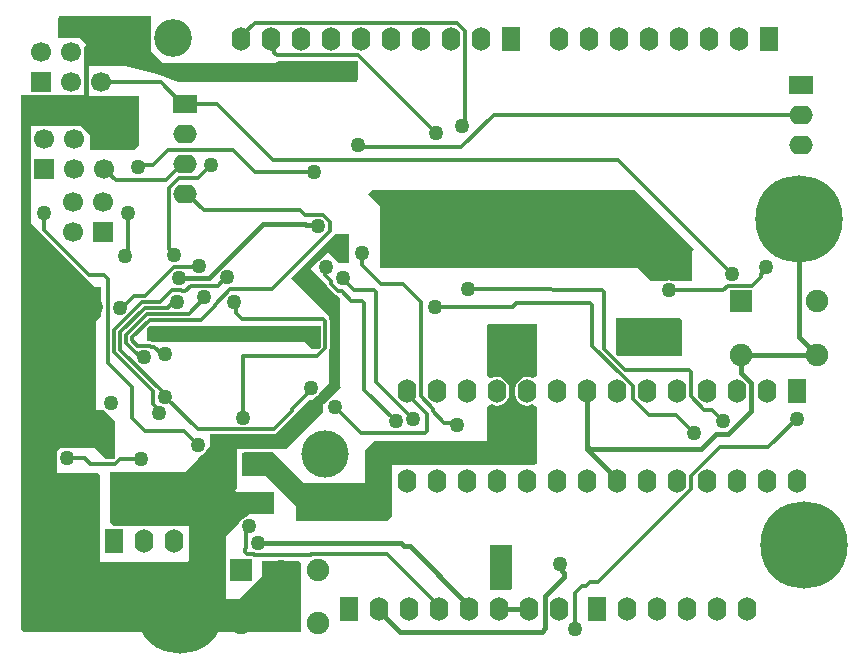
<source format=gbl>
G04*
G04 #@! TF.GenerationSoftware,Altium Limited,Altium Designer,24.9.1 (31)*
G04*
G04 Layer_Physical_Order=2*
G04 Layer_Color=16711680*
%FSLAX44Y44*%
%MOMM*%
G71*
G04*
G04 #@! TF.SameCoordinates,CB504186-4DDD-4C07-9CBA-7D3857A53BA6*
G04*
G04*
G04 #@! TF.FilePolarity,Positive*
G04*
G01*
G75*
%ADD68C,1.9000*%
%ADD69R,1.9000X1.9000*%
%ADD73C,0.3000*%
%ADD74C,0.4000*%
%ADD75R,1.6000X2.0000*%
%ADD76O,1.6000X2.0000*%
%ADD77C,7.4000*%
%ADD78C,3.2000*%
%ADD79C,4.0000*%
%ADD80O,2.0000X1.6000*%
%ADD81R,2.0000X1.6000*%
%ADD82C,1.7000*%
%ADD83R,1.7000X1.7000*%
%ADD84R,1.7000X1.7000*%
G04:AMPARAMS|DCode=85|XSize=2mm|YSize=1.2mm|CornerRadius=0.3mm|HoleSize=0mm|Usage=FLASHONLY|Rotation=0.000|XOffset=0mm|YOffset=0mm|HoleType=Round|Shape=RoundedRectangle|*
%AMROUNDEDRECTD85*
21,1,2.0000,0.6000,0,0,0.0*
21,1,1.4000,1.2000,0,0,0.0*
1,1,0.6000,0.7000,-0.3000*
1,1,0.6000,-0.7000,-0.3000*
1,1,0.6000,-0.7000,0.3000*
1,1,0.6000,0.7000,0.3000*
%
%ADD85ROUNDEDRECTD85*%
%ADD86C,1.2700*%
G36*
X111000Y497659D02*
X121019Y487640D01*
X217334D01*
X217348Y488151D01*
X220948Y488881D01*
X286740D01*
Y474989D01*
X285841Y471361D01*
X217258D01*
Y472379D01*
X217119Y471500D01*
X133863D01*
X116000Y477750D01*
X89500Y485076D01*
X89424Y485000D01*
X59163D01*
Y476967D01*
X59000Y476801D01*
X55000Y478429D01*
Y501250D01*
X56500Y502750D01*
X50820Y508430D01*
X32436D01*
Y523786D01*
X33730Y527250D01*
X111000D01*
Y497659D01*
D02*
G37*
G36*
X55460Y460243D02*
X59242Y459989D01*
X59630Y459600D01*
X62884Y459600D01*
X101398D01*
Y417898D01*
X97000Y413500D01*
X59750D01*
Y426500D01*
X51820Y434430D01*
X9570D01*
Y351930D01*
X63930Y297570D01*
X69421D01*
Y273254D01*
X65000Y268833D01*
Y193463D01*
X71500D01*
X72224Y192739D01*
X72311Y192689D01*
X80500Y184500D01*
Y152304D01*
X80196Y152000D01*
X73150D01*
X63900Y161250D01*
X34447D01*
X32000Y158803D01*
Y155056D01*
X31650Y153749D01*
Y151551D01*
X32000Y150244D01*
Y140152D01*
X65909D01*
X67750Y138310D01*
Y65250D01*
X140477D01*
X141837Y65250D01*
X142087Y65000D01*
X143850Y66763D01*
X143850Y68416D01*
Y95700D01*
X79550D01*
X76250Y99000D01*
Y141250D01*
X140026D01*
X156051Y157274D01*
X156127Y157318D01*
X157682Y158873D01*
X157726Y158949D01*
X161520Y162744D01*
Y172950D01*
X218950D01*
X251402Y205403D01*
X251808Y205637D01*
X253363Y207192D01*
X253598Y207598D01*
X262255Y216255D01*
Y244572D01*
X262297Y244634D01*
X262569Y246000D01*
Y269243D01*
X262297Y270608D01*
X262255Y270671D01*
Y272299D01*
X229500Y305054D01*
X267446Y343000D01*
X279250D01*
Y318104D01*
X279000Y318000D01*
X270250D01*
X260750Y327500D01*
X255189Y321939D01*
X254191Y321363D01*
X252637Y319809D01*
X252061Y318811D01*
X249121Y315871D01*
X246750Y313500D01*
X246750Y312750D01*
X247000D01*
X249225Y310525D01*
X260322Y299428D01*
X260503Y298519D01*
X261277Y297362D01*
X267047Y291592D01*
X268204Y290818D01*
X269113Y290637D01*
X271750Y288000D01*
Y214108D01*
X272498Y213360D01*
X257740Y198602D01*
X257150D01*
Y192150D01*
X226000Y161000D01*
X183739D01*
X183739Y127788D01*
X183739Y126989D01*
X182500Y125750D01*
X184250Y124000D01*
X186407Y124000D01*
X215521D01*
Y105552D01*
X215394Y105500D01*
X194000D01*
X191465Y102965D01*
X190777Y102781D01*
X188873Y101682D01*
X187318Y100127D01*
X186219Y98223D01*
X186035Y97535D01*
X175250Y86750D01*
Y33500D01*
X186000D01*
X205211Y52711D01*
Y66000D01*
X236916D01*
X238720Y64196D01*
Y6000D01*
X3000D01*
X1000Y8000D01*
Y460250D01*
X55094D01*
X55460Y460243D01*
D02*
G37*
G36*
X571470Y329970D02*
X569500Y328000D01*
Y303250D01*
X551473D01*
X551099Y303350D01*
X548901D01*
X548527Y303250D01*
X534681D01*
X534393Y302962D01*
X534000Y303125D01*
X523375Y313750D01*
X305250D01*
Y366250D01*
X295250Y376250D01*
X299000Y380000D01*
X521440D01*
X571470Y329970D01*
D02*
G37*
G36*
X114651Y264826D02*
X114652Y264826D01*
X254961D01*
X255000Y264787D01*
Y247047D01*
X253422Y245468D01*
X247142D01*
X241805Y250805D01*
X114738D01*
X114302Y250891D01*
X112977D01*
X112146Y251447D01*
X110780Y251719D01*
X108480D01*
X108079Y252119D01*
Y262894D01*
X110084Y264899D01*
X111868D01*
X114651Y264826D01*
D02*
G37*
G36*
X561250Y268889D02*
Y239250D01*
X507922D01*
X505277Y240109D01*
Y271160D01*
X559279D01*
X561250Y268889D01*
D02*
G37*
G36*
X438000Y222766D02*
X436530Y221583D01*
X434000Y220513D01*
X432360Y221193D01*
X429750Y221536D01*
X427140Y221193D01*
X424707Y220185D01*
X422618Y218582D01*
X421015Y216493D01*
X420007Y214060D01*
X419664Y211450D01*
Y207450D01*
X420007Y204839D01*
X421015Y202407D01*
X422618Y200318D01*
X424707Y198715D01*
X427140Y197707D01*
X429750Y197364D01*
X432360Y197707D01*
X434000Y198386D01*
X436530Y197317D01*
X438000Y196134D01*
Y148250D01*
X434518Y147000D01*
X315250D01*
Y103793D01*
X311207Y99750D01*
X310950Y100007D01*
X233750D01*
Y112000D01*
X208000Y137750D01*
X188250D01*
Y157159D01*
X191875Y158406D01*
X214543D01*
X241211Y131738D01*
X241575Y132101D01*
X292124D01*
Y159497D01*
X299742Y167115D01*
X299857Y167000D01*
X395750D01*
Y196402D01*
X398058Y197903D01*
X399750Y198531D01*
X401740Y197707D01*
X404350Y197364D01*
X406960Y197707D01*
X409393Y198715D01*
X411482Y200318D01*
X413085Y202407D01*
X414093Y204839D01*
X414436Y207450D01*
Y211450D01*
X414093Y214060D01*
X413085Y216493D01*
X411482Y218582D01*
X409393Y220185D01*
X406960Y221193D01*
X404350Y221536D01*
X401740Y221193D01*
X399750Y220368D01*
X398058Y220997D01*
X395750Y222498D01*
Y265250D01*
X397250Y266750D01*
X438000D01*
Y222766D01*
D02*
G37*
G36*
X417402Y42838D02*
X415072Y41220D01*
X397965D01*
Y76089D01*
X397965Y79000D01*
X400847Y79000D01*
X417402D01*
Y42838D01*
D02*
G37*
D68*
X610500Y240500D02*
D03*
X675500D02*
D03*
Y285500D02*
D03*
X252500Y58500D02*
D03*
Y13500D02*
D03*
X187500D02*
D03*
D69*
X610500Y285500D02*
D03*
X187500Y58500D02*
D03*
D73*
X111607Y247323D02*
X114302D01*
X120375Y241250D01*
X110780Y248150D02*
X111607Y247323D01*
X120375Y241250D02*
X123000D01*
X113150Y198880D02*
Y209805D01*
X85312Y244714D02*
Y259315D01*
X123000Y205000D02*
Y207026D01*
X103031Y238300D02*
X105656D01*
X85312Y244714D02*
X123000Y207026D01*
X80312Y242643D02*
Y261387D01*
Y242643D02*
X113150Y209805D01*
X95312Y252688D02*
X99850Y248150D01*
X110780D01*
X97779Y243150D02*
X98181D01*
X103031Y238300D01*
X114150Y258000D02*
X115907Y259757D01*
X90312Y250617D02*
X97779Y243150D01*
X95312Y252688D02*
Y255173D01*
X110138Y270000D01*
X90312Y257244D02*
X108067Y275000D01*
X97077Y290000D02*
X106070D01*
X86984Y279907D02*
X97077Y290000D01*
X106070D02*
X130920Y314850D01*
X80312Y261387D02*
X103925Y285000D01*
X85312Y259315D02*
X105996Y280000D01*
X119070Y285000D02*
X128920Y294850D01*
X103925Y285000D02*
X119070D01*
X143248Y275000D02*
X156517Y288269D01*
X153789Y270000D02*
X165137Y281348D01*
X125375Y280000D02*
X130375Y285000D01*
X133000D01*
X105996Y280000D02*
X125375D01*
X110138Y270000D02*
X153789D01*
X108067Y275000D02*
X143248D01*
X84903Y279907D02*
X86984D01*
X90312Y250617D02*
Y257244D01*
X71743Y308000D02*
X74850Y304893D01*
Y233150D02*
X95000Y213000D01*
X74850Y233150D02*
Y304893D01*
X59000Y308000D02*
X71743D01*
X128920Y294850D02*
X137080D01*
X350000Y192387D02*
X359631Y182756D01*
X368144D01*
X370000Y180900D01*
X215847Y495910D02*
X217605Y494153D01*
X286847D02*
X353000Y428000D01*
X217605Y494153D02*
X286847D01*
X215847Y495910D02*
Y505513D01*
X566493Y227500D02*
X568250Y225743D01*
X510564Y222500D02*
X511163D01*
X512635Y227500D02*
X566493D01*
X511163Y222500D02*
X519850Y213813D01*
X485000Y248064D02*
X510564Y222500D01*
X485000Y248064D02*
Y282243D01*
X495185Y244950D02*
X512635Y227500D01*
X513156Y247144D02*
X516856D01*
X517000Y247000D01*
X511300Y249000D02*
X513156Y247144D01*
X247115Y71500D02*
X311500D01*
X192000Y93243D02*
X193757Y95000D01*
X191000Y73257D02*
Y75770D01*
X198450Y71500D02*
X198950Y71000D01*
X191000Y75770D02*
X192000Y76770D01*
X191000Y73257D02*
X192757Y71500D01*
X246615Y71000D02*
X247115Y71500D01*
X198950Y71000D02*
X246615D01*
X192757Y71500D02*
X198450D01*
X311500D02*
X355600Y27400D01*
X193757Y95000D02*
X194000D01*
X192000Y76770D02*
Y93243D01*
X352000Y281000D02*
X417434D01*
X420434Y284000D01*
X483243D02*
X485000Y282243D01*
X420434Y284000D02*
X483243D01*
X214127Y296197D02*
X262850Y344920D01*
Y353080D01*
X257080Y358850D02*
X262850Y353080D01*
X241928Y358850D02*
X257080D01*
X178484Y296197D02*
X214127D01*
X237812Y362966D02*
X241928Y358850D01*
X155934Y362966D02*
X237812D01*
X259000Y314363D02*
X259319Y314681D01*
X259000Y308000D02*
Y314363D01*
X246681Y210612D02*
Y212318D01*
X230943Y194874D02*
X246681Y210612D01*
X267000Y196000D02*
X289000Y174000D01*
X230943Y192721D02*
Y194874D01*
X150792Y177208D02*
X215430D01*
X230943Y192721D01*
X21000Y346000D02*
Y360000D01*
Y346000D02*
X59000Y308000D01*
X95000Y187000D02*
X106000Y176000D01*
X95000Y187000D02*
Y213000D01*
X139000Y176000D02*
X151000Y164000D01*
X106000Y176000D02*
X139000D01*
X60000Y148000D02*
X81243D01*
X40000Y152650D02*
X55350D01*
X60000Y148000D01*
X85243Y152000D02*
X103000D01*
X81243Y148000D02*
X85243Y152000D01*
X273650Y304655D02*
Y305350D01*
Y304655D02*
X283000Y295305D01*
X259000Y308000D02*
X263800Y303200D01*
Y299885D02*
Y303200D01*
Y299885D02*
X269570Y294115D01*
X290102Y315968D02*
X306070Y300000D01*
X289818Y326819D02*
X290102Y326535D01*
Y315968D02*
Y326535D01*
X269570Y294115D02*
X272885D01*
X281000Y286000D01*
X290243D01*
X283000Y295000D02*
X300243D01*
X283000D02*
Y295305D01*
X165137Y282849D02*
X178484Y296197D01*
X165137Y281348D02*
Y282849D01*
X167759Y298850D02*
X174956Y306047D01*
X151845Y314850D02*
X152345Y315350D01*
X130920Y314850D02*
X151845D01*
X144920Y298850D02*
X167759D01*
X174956Y306047D02*
X175906D01*
X142000Y376900D02*
X155934Y362966D01*
X140243Y294173D02*
X144920Y298850D01*
X131000Y324700D02*
Y325625D01*
X181217Y285000D02*
X183073Y283144D01*
Y276939D02*
X183350Y276662D01*
X156517Y288269D02*
Y289000D01*
X183073Y276939D02*
Y283144D01*
X183350Y275650D02*
Y276662D01*
X113150Y198880D02*
X118350Y193680D01*
Y191055D02*
Y193680D01*
X123000Y205000D02*
X150792Y177208D01*
X406000Y71150D02*
X406850Y72000D01*
X406000Y51950D02*
X406650Y51300D01*
X592715Y162079D02*
X634079D01*
X586360Y193432D02*
X595878Y183914D01*
X568250Y137613D02*
X592715Y162079D01*
X568250Y126487D02*
Y137613D01*
X470000Y8000D02*
Y39000D01*
X476000Y45000D02*
X479529D01*
X479787Y44741D01*
X470000Y39000D02*
X476000Y45000D01*
X479787Y44741D02*
X483046Y48000D01*
X489763D01*
X568250Y126487D01*
X355600Y25400D02*
Y27400D01*
X493428Y295000D02*
X495185Y293243D01*
Y244950D02*
Y293243D01*
X451370Y295000D02*
X493428D01*
X450370Y296000D02*
X451370Y295000D01*
X101700Y401000D02*
X113000D01*
X100350Y399650D02*
X101700Y401000D01*
X113000D02*
X125800Y413800D01*
X81400Y388000D02*
X123700D01*
X151404Y390404D02*
X162000Y401000D01*
X183350Y275650D02*
X188000Y271000D01*
X137080Y294850D02*
X137757Y294173D01*
X140243D01*
X328150Y207450D02*
Y209450D01*
Y207450D02*
X345000Y190600D01*
Y175757D02*
Y190600D01*
X339650Y205087D02*
X350000Y194737D01*
Y192387D02*
Y194737D01*
X339650Y205087D02*
Y285350D01*
X343243Y174000D02*
X345000Y175757D01*
X289000Y174000D02*
X343243D01*
X244000Y255000D02*
X249000D01*
X189350Y239000D02*
X252000D01*
X257243Y271000D02*
X259000Y269243D01*
Y246000D02*
Y269243D01*
X188000Y271000D02*
X257243D01*
X252000Y239000D02*
X259000Y246000D01*
X189350Y187059D02*
Y239000D01*
Y187059D02*
X189352Y187058D01*
X71800Y397600D02*
X81400Y388000D01*
X138000Y402300D02*
X140000D01*
X123700Y388000D02*
X138000Y402300D01*
X140000Y376900D02*
X142000D01*
X126500Y330125D02*
X131000Y325625D01*
X126500Y330125D02*
Y381663D01*
X135240Y390404D01*
X151404D01*
X292000Y210850D02*
X318850Y184000D01*
X302000Y217337D02*
X333236Y186101D01*
X333399D01*
X380000Y296000D02*
X450370D01*
X568250Y205087D02*
Y225743D01*
X628000Y308375D02*
X632000Y312375D01*
X628000Y306000D02*
Y308375D01*
X632000Y312375D02*
Y315000D01*
X620500Y298500D02*
X628000Y306000D01*
X215000Y405000D02*
X506350D01*
X550000Y295000D02*
X596050D01*
X599550Y298500D01*
X506350Y405000D02*
X603000Y308350D01*
X599550Y298500D02*
X620500D01*
X92000Y325757D02*
Y360000D01*
X119500Y471600D02*
X138000Y453100D01*
X140000D01*
X69400Y471600D02*
X119500D01*
X90243Y324000D02*
X92000Y325757D01*
X89000Y324000D02*
X90243D01*
X634079Y162079D02*
X658000Y186000D01*
X290243Y286000D02*
X292000Y284243D01*
Y210850D02*
Y284243D01*
X555729Y189271D02*
X571000Y174000D01*
X302000Y217337D02*
Y293243D01*
X300243Y295000D02*
X302000Y293243D01*
X306070Y300000D02*
X325000D01*
X339650Y285350D01*
X125800Y413800D02*
X180406D01*
X199206Y395000D01*
X249000D01*
X288757Y416000D02*
X374000D01*
X287000Y417757D02*
X288757Y416000D01*
X287000Y417757D02*
Y418000D01*
X374000Y416000D02*
X401600Y443600D01*
X662000D01*
X375000Y434000D02*
Y436625D01*
X377260Y438885D02*
Y514763D01*
X375000Y436625D02*
X377260Y438885D01*
X199460Y521500D02*
X370523D01*
X166900Y453100D02*
X215000Y405000D01*
X568250Y205087D02*
X579905Y193432D01*
X586360D01*
X213360Y508000D02*
X215847Y505513D01*
X519850Y202687D02*
X533265Y189271D01*
X555729D01*
X519850Y202687D02*
Y213813D01*
X370523Y521500D02*
X377260Y514763D01*
X187960Y510000D02*
X199460Y521500D01*
X187960Y508000D02*
Y510000D01*
X140000Y453100D02*
X166900D01*
D74*
X322650Y80850D02*
X325313Y78187D01*
X201850Y80850D02*
X322650D01*
X330213Y78187D02*
X381000Y27400D01*
Y25400D02*
Y27400D01*
X325313Y78187D02*
X330213D01*
X445200Y8922D02*
Y36200D01*
X442178Y5900D02*
X445200Y8922D01*
X322300Y5900D02*
X442178D01*
X304800Y23400D02*
X322300Y5900D01*
X264343Y334343D02*
X267657D01*
X268500Y333500D01*
X241000Y311000D02*
X264343Y334343D01*
X251335Y350665D02*
X253000Y349000D01*
X242335Y350665D02*
X251335D01*
X206222Y351000D02*
X242000D01*
X242335Y350665D01*
X241000Y306000D02*
Y311000D01*
X263657Y212000D02*
X265536Y213879D01*
Y281465D01*
X261000Y212000D02*
X263657D01*
X241000Y306000D02*
X265536Y281465D01*
X249000Y200000D02*
X261000Y212000D01*
X246000Y200000D02*
X249000D01*
X213000Y167000D02*
X246000Y200000D01*
X63335Y279335D02*
X65000Y281000D01*
X59679Y279335D02*
X63335D01*
X59000Y278657D02*
X59679Y279335D01*
X154650Y153650D02*
X156650D01*
X169500Y166500D01*
X150000Y149000D02*
X154650Y153650D01*
X71000Y162000D02*
X73000D01*
X276000Y480000D02*
X277000D01*
X275000Y481000D02*
X276000Y480000D01*
X227000Y481000D02*
X275000D01*
X160222Y305000D02*
X206222Y351000D01*
X135000Y305000D02*
X160222D01*
X212500Y166500D02*
X213000Y167000D01*
X169500Y166500D02*
X212500D01*
X52000Y514400D02*
Y515000D01*
X51000Y516000D02*
X52000Y515000D01*
Y514400D02*
X69400Y497000D01*
X65000Y168000D02*
X71000Y162000D01*
X80700Y449700D02*
X81000Y450000D01*
X56500Y449700D02*
X80700D01*
X66000Y497000D02*
X69400D01*
X56500Y487500D02*
X66000Y497000D01*
X56500Y449700D02*
Y487500D01*
X50800Y444000D02*
X56500Y449700D01*
X11000Y444000D02*
X50800D01*
X71800Y423000D01*
X3000Y436000D02*
X11000Y444000D01*
X3000Y337000D02*
Y436000D01*
Y337000D02*
X22005Y317995D01*
Y234000D02*
Y317995D01*
X59000Y270995D02*
Y278657D01*
X29388Y241383D02*
X59000Y270995D01*
X22005Y234000D02*
X25464D01*
X29388Y237924D01*
Y241383D01*
X22005Y168000D02*
X65000D01*
X150000Y108000D02*
X157000D01*
X135000D02*
X150000D01*
Y149000D01*
X87000Y108000D02*
X135000D01*
X86000Y109000D02*
X87000Y108000D01*
X174000Y91000D02*
X197000Y114000D01*
X165000Y82000D02*
X174000Y91000D01*
X157000Y108000D02*
X174000Y91000D01*
X184000Y24000D02*
X221000Y61000D01*
X136000Y24000D02*
X184000D01*
X197000Y114000D02*
X198000D01*
X136000Y24000D02*
Y26811D01*
X165000Y55811D01*
Y82000D01*
X458000Y63000D02*
X459665Y61335D01*
Y57335D02*
Y61335D01*
X461343Y52343D02*
Y55657D01*
X445200Y36200D02*
X461343Y52343D01*
X459665Y57335D02*
X461343Y55657D01*
X304800Y23400D02*
Y25400D01*
X480550Y163000D02*
Y209450D01*
Y163000D02*
X482550Y161000D01*
X577000D01*
X600165Y173564D02*
X619550Y192949D01*
Y216420D01*
X589564Y173564D02*
X600165D01*
X610970Y225000D02*
Y240030D01*
Y225000D02*
X619550Y216420D01*
X577000Y161000D02*
X589564Y173564D01*
X610500Y240500D02*
X610970Y240030D01*
X24000Y80000D02*
Y166005D01*
X22005Y168000D02*
Y234000D01*
Y168000D02*
X24000Y166005D01*
X480550Y160650D02*
X505950Y135250D01*
Y133250D02*
Y135250D01*
X406400Y25400D02*
X431800D01*
X610500Y240500D02*
X675500D01*
X660400Y255600D02*
X675500Y240500D01*
X660400Y255600D02*
Y355600D01*
X196000Y150000D02*
Y151000D01*
X545000Y315000D02*
Y317000D01*
X313000Y361000D02*
X314000Y362000D01*
D75*
X658350Y209450D02*
D03*
X279400Y25400D02*
D03*
X489200Y25000D02*
D03*
X416560Y508000D02*
D03*
X635000D02*
D03*
X79600Y83000D02*
D03*
D76*
X632950Y209450D02*
D03*
X607550D02*
D03*
X582150D02*
D03*
X556750D02*
D03*
X531350D02*
D03*
X505950D02*
D03*
X480550D02*
D03*
X455150D02*
D03*
X429750D02*
D03*
X404350D02*
D03*
X378950D02*
D03*
X353550D02*
D03*
X328150D02*
D03*
X658350Y133250D02*
D03*
X632950D02*
D03*
X607550D02*
D03*
X582150D02*
D03*
X556750D02*
D03*
X531350D02*
D03*
X505950D02*
D03*
X480550D02*
D03*
X455150D02*
D03*
X429750D02*
D03*
X404350D02*
D03*
X378950D02*
D03*
X353550D02*
D03*
X328150D02*
D03*
X355600Y25400D02*
D03*
X457200D02*
D03*
X431800D02*
D03*
X406400D02*
D03*
X381000D02*
D03*
X330200D02*
D03*
X304800D02*
D03*
X616200Y25000D02*
D03*
X590800D02*
D03*
X565400D02*
D03*
X540000D02*
D03*
X514600D02*
D03*
X187960Y508000D02*
D03*
X213360D02*
D03*
X238760D02*
D03*
X264160D02*
D03*
X289560D02*
D03*
X314960D02*
D03*
X340360D02*
D03*
X365760D02*
D03*
X391160D02*
D03*
X609600D02*
D03*
X584200D02*
D03*
X533400D02*
D03*
X508000D02*
D03*
X482600D02*
D03*
X457200D02*
D03*
X558800D02*
D03*
X130400Y83000D02*
D03*
X105000D02*
D03*
D77*
X136000Y24000D02*
D03*
X664000Y79000D02*
D03*
X660400Y355600D02*
D03*
D78*
X130000Y509000D02*
D03*
D79*
X259000Y156000D02*
D03*
X24000Y80000D02*
D03*
D80*
X140000Y376900D02*
D03*
Y402300D02*
D03*
Y427700D02*
D03*
X662000Y418200D02*
D03*
Y443600D02*
D03*
D81*
X140000Y453100D02*
D03*
X662000Y469000D02*
D03*
D82*
X69400Y497000D02*
D03*
X44000D02*
D03*
X18600D02*
D03*
X69400Y471600D02*
D03*
X44000D02*
D03*
X71800Y423000D02*
D03*
X46400D02*
D03*
X21000D02*
D03*
X71800Y397600D02*
D03*
X46400D02*
D03*
X45000Y369400D02*
D03*
Y344000D02*
D03*
X70400Y369400D02*
D03*
D83*
X18600Y471600D02*
D03*
X21000Y397600D02*
D03*
D84*
X70400Y344000D02*
D03*
D85*
X22005Y168000D02*
D03*
Y234000D02*
D03*
D86*
X123000Y241250D02*
D03*
X105656Y238300D02*
D03*
X114150Y258000D02*
D03*
X84903Y279907D02*
D03*
X370000Y180900D02*
D03*
X511300Y249000D02*
D03*
X551000Y259000D02*
D03*
X201850Y80850D02*
D03*
X194000Y95000D02*
D03*
X426000Y362000D02*
D03*
X417000Y256000D02*
D03*
X268500Y333500D02*
D03*
X253000Y349000D02*
D03*
X259319Y314681D02*
D03*
X246681Y212318D02*
D03*
X267000Y196000D02*
D03*
X65000Y281000D02*
D03*
X77351Y199421D02*
D03*
X151000Y164000D02*
D03*
X40000Y152650D02*
D03*
X103000Y152000D02*
D03*
X73000Y162000D02*
D03*
X277000Y480000D02*
D03*
X227000Y481000D02*
D03*
X273650Y305350D02*
D03*
X289818Y326819D02*
D03*
X175906Y306047D02*
D03*
X152345Y315350D02*
D03*
X135000Y305000D02*
D03*
X131000Y324700D02*
D03*
X181217Y285000D02*
D03*
X156517Y289000D02*
D03*
X133000Y285000D02*
D03*
X213000Y167000D02*
D03*
X51000Y516000D02*
D03*
X123000Y205000D02*
D03*
X118350Y191055D02*
D03*
X81000Y450000D02*
D03*
X21000Y360000D02*
D03*
X169000Y166000D02*
D03*
X86000Y109000D02*
D03*
X135000Y108000D02*
D03*
X221000Y61000D02*
D03*
X198000Y114000D02*
D03*
X458000Y63000D02*
D03*
X406650Y51300D02*
D03*
X406850Y72000D02*
D03*
X595878Y183914D02*
D03*
X470000Y8000D02*
D03*
X100350Y399650D02*
D03*
X162000Y401000D02*
D03*
X249000Y255000D02*
D03*
X267850Y124000D02*
D03*
X193732Y257295D02*
D03*
X189352Y187058D02*
D03*
X196000Y151000D02*
D03*
X318850Y184000D02*
D03*
X333399Y186101D02*
D03*
X632000Y315000D02*
D03*
X603000Y308350D02*
D03*
X550000Y295000D02*
D03*
X92000Y360000D02*
D03*
X545000Y315000D02*
D03*
X89000Y324000D02*
D03*
X658000Y186000D02*
D03*
X571000Y174000D02*
D03*
X352000Y281000D02*
D03*
X249000Y395000D02*
D03*
X287000Y418000D02*
D03*
X375000Y434000D02*
D03*
X353000Y428000D02*
D03*
X313000Y361000D02*
D03*
X380000Y296000D02*
D03*
X500000Y362000D02*
D03*
M02*

</source>
